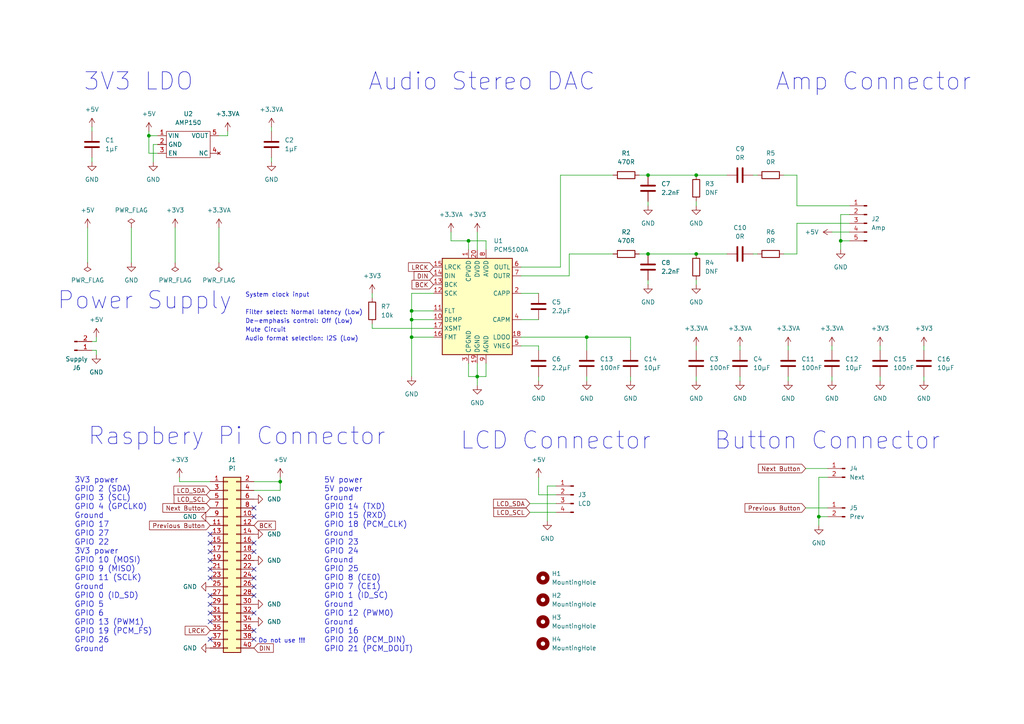
<source format=kicad_sch>
(kicad_sch (version 20230121) (generator eeschema)
  (paper "A4")
  (title_block (title "WLAN-Radio2.0") (date "2023-11-01") (rev "v1.0") (company "@casartar"))
  (lib_symbols
    (symbol "ADP150:ADP150"
      (property "Reference" "U" (at 0 -5.08 0))
      (property "Value" "AMP150" (at 0 -7.62 0))
      (symbol "ADP150_0_1"
        (rectangle (start -6.35 3.81) (end 6.35 -3.81))
      )
      (symbol "ADP150_1_1"
        (pin power_in line (at -8.89 2.54 0) (length 2.54) (name "VIN") (number "1"))
        (pin power_in line (at -8.89 0 0) (length 2.54) (name "GND") (number "2"))
        (pin input line (at -8.89 -2.54 0) (length 2.54) (name "EN") (number "3"))
        (pin no_connect line (at 8.89 -2.54 180) (length 2.54) (name "NC") (number "4"))
        (pin power_out line (at 8.89 2.54 180) (length 2.54) (name "VOUT") (number "5"))
      )
    )
    (symbol "Audio:PCM5100A"
      (property "Reference" "U" (at -10.16 13.97 0))
      (property "Value" "PCM5100A" (at 3.81 13.97 0))
      (symbol "PCM5100A_0_1"
        (rectangle (start -10.16 12.7) (end 10.16 -15.24) (stroke (width 0.254)) (fill (type background)))
      )
      (symbol "PCM5100A_1_1"
        (pin passive line (at -2.54 15.24 270) (length 2.54) (name "CPVDD") (number "1"))
        (pin input line (at -12.7 -5.08 0) (length 2.54) (name "DEMP") (number "10"))
        (pin input line (at -12.7 -2.54 0) (length 2.54) (name "FLT") (number "11"))
        (pin input line (at -12.7 2.54 0) (length 2.54) (name "SCK") (number "12"))
        (pin input line (at -12.7 5.08 0) (length 2.54) (name "BCK") (number "13"))
        (pin input line (at -12.7 7.62 0) (length 2.54) (name "DIN") (number "14"))
        (pin input line (at -12.7 10.16 0) (length 2.54) (name "LRCK") (number "15"))
        (pin input line (at -12.7 -10.16 0) (length 2.54) (name "FMT") (number "16"))
        (pin input line (at -12.7 -7.62 0) (length 2.54) (name "XSMT") (number "17"))
        (pin passive line (at 12.7 -10.16 180) (length 2.54) (name "LDOO") (number "18"))
        (pin power_in line (at 0 -17.78 90) (length 2.54) (name "DGND") (number "19"))
        (pin passive line (at 12.7 2.54 180) (length 2.54) (name "CAPP") (number "2"))
        (pin power_in line (at 0 15.24 270) (length 2.54) (name "DVDD") (number "20"))
        (pin power_in line (at -2.54 -17.78 90) (length 2.54) (name "CPGND") (number "3"))
        (pin passive line (at 12.7 -5.08 180) (length 2.54) (name "CAPM") (number "4"))
        (pin passive line (at 12.7 -12.7 180) (length 2.54) (name "VNEG") (number "5"))
        (pin output line (at 12.7 10.16 180) (length 2.54) (name "OUTL") (number "6"))
        (pin output line (at 12.7 7.62 180) (length 2.54) (name "OUTR") (number "7"))
        (pin power_in line (at 2.54 15.24 270) (length 2.54) (name "AVDD") (number "8"))
        (pin power_in line (at 2.54 -17.78 90) (length 2.54) (name "AGND") (number "9"))
      )
    )
    (symbol "Connector:Conn_01x02_Pin" (pin_names (offset 1.016) hide)
      (property "Reference" "J" (at 0 2.54 0))
      (property "Value" "Conn_01x02_Pin" (at 0 -5.08 0))
      (symbol "Conn_01x02_Pin_1_1"
        (polyline (pts (xy 1.27 -2.54) (xy 0.8636 -2.54)) (stroke (width 0.1524)))
        (polyline (pts (xy 1.27 0) (xy 0.8636 0)) (stroke (width 0.1524)))
        (rectangle (start 0.8636 -2.413) (end 0 -2.667) (stroke (width 0.1524)) (fill (type outline)))
        (rectangle (start 0.8636 0.127) (end 0 -0.127) (stroke (width 0.1524)) (fill (type outline)))
        (pin passive line (at 5.08 0 180) (length 3.81) (name "Pin_1") (number "1"))
        (pin passive line (at 5.08 -2.54 180) (length 3.81) (name "Pin_2") (number "2"))
      )
    )
    (symbol "Connector:Conn_01x04_Pin" (pin_names (offset 1.016) hide)
      (property "Reference" "J" (at 0 5.08 0))
      (property "Value" "Conn_01x04_Pin" (at 0 -7.62 0))
      (symbol "Conn_01x04_Pin_1_1"
        (polyline (pts (xy 1.27 -5.08) (xy 0.8636 -5.08)) (stroke (width 0.1524)))
        (polyline (pts (xy 1.27 -2.54) (xy 0.8636 -2.54)) (stroke (width 0.1524)))
        (polyline (pts (xy 1.27 0) (xy 0.8636 0)) (stroke (width 0.1524)))
        (polyline (pts (xy 1.27 2.54) (xy 0.8636 2.54)) (stroke (width 0.1524)))
        (rectangle (start 0.8636 -4.953) (end 0 -5.207) (stroke (width 0.1524)) (fill (type outline)))
        (rectangle (start 0.8636 -2.413) (end 0 -2.667) (stroke (width 0.1524)) (fill (type outline)))
        (rectangle (start 0.8636 0.127) (end 0 -0.127) (stroke (width 0.1524)) (fill (type outline)))
        (rectangle (start 0.8636 2.667) (end 0 2.413) (stroke (width 0.1524)) (fill (type outline)))
        (pin passive line (at 5.08 2.54 180) (length 3.81) (name "Pin_1") (number "1"))
        (pin passive line (at 5.08 0 180) (length 3.81) (name "Pin_2") (number "2"))
        (pin passive line (at 5.08 -2.54 180) (length 3.81) (name "Pin_3") (number "3"))
        (pin passive line (at 5.08 -5.08 180) (length 3.81) (name "Pin_4") (number "4"))
      )
    )
    (symbol "Connector:Conn_01x05_Pin" (pin_names (offset 1.016) hide)
      (property "Reference" "J" (at 0 7.62 0))
      (property "Value" "Conn_01x05_Pin" (at 0 -7.62 0))
      (symbol "Conn_01x05_Pin_1_1"
        (polyline (pts (xy 1.27 -5.08) (xy 0.8636 -5.08)) (stroke (width 0.1524)))
        (polyline (pts (xy 1.27 -2.54) (xy 0.8636 -2.54)) (stroke (width 0.1524)))
        (polyline (pts (xy 1.27 0) (xy 0.8636 0)) (stroke (width 0.1524)))
        (polyline (pts (xy 1.27 2.54) (xy 0.8636 2.54)) (stroke (width 0.1524)))
        (polyline (pts (xy 1.27 5.08) (xy 0.8636 5.08)) (stroke (width 0.1524)))
        (rectangle (start 0.8636 -4.953) (end 0 -5.207) (stroke (width 0.1524)) (fill (type outline)))
        (rectangle (start 0.8636 -2.413) (end 0 -2.667) (stroke (width 0.1524)) (fill (type outline)))
        (rectangle (start 0.8636 0.127) (end 0 -0.127) (stroke (width 0.1524)) (fill (type outline)))
        (rectangle (start 0.8636 2.667) (end 0 2.413) (stroke (width 0.1524)) (fill (type outline)))
        (rectangle (start 0.8636 5.207) (end 0 4.953) (stroke (width 0.1524)) (fill (type outline)))
        (pin passive line (at 5.08 5.08 180) (length 3.81) (name "Pin_1") (number "1"))
        (pin passive line (at 5.08 2.54 180) (length 3.81) (name "Pin_2") (number "2"))
        (pin passive line (at 5.08 0 180) (length 3.81) (name "Pin_3") (number "3"))
        (pin passive line (at 5.08 -2.54 180) (length 3.81) (name "Pin_4") (number "4"))
        (pin passive line (at 5.08 -5.08 180) (length 3.81) (name "Pin_5") (number "5"))
      )
    )
    (symbol "Connector_Generic:Conn_02x20_Odd_Even" (pin_names (offset 1.016) hide)
      (property "Reference" "J" (at 1.27 25.4 0))
      (property "Value" "Conn_02x20_Odd_Even" (at 1.27 -27.94 0))
      (symbol "Conn_02x20_Odd_Even_1_1"
        (rectangle (start -1.27 -25.273) (end 0 -25.527) (stroke (width 0.1524)))
        (rectangle (start -1.27 -22.733) (end 0 -22.987) (stroke (width 0.1524)))
        (rectangle (start -1.27 -20.193) (end 0 -20.447) (stroke (width 0.1524)))
        (rectangle (start -1.27 -17.653) (end 0 -17.907) (stroke (width 0.1524)))
        (rectangle (start -1.27 -15.113) (end 0 -15.367) (stroke (width 0.1524)))
        (rectangle (start -1.27 -12.573) (end 0 -12.827) (stroke (width 0.1524)))
        (rectangle (start -1.27 -10.033) (end 0 -10.287) (stroke (width 0.1524)))
        (rectangle (start -1.27 -7.493) (end 0 -7.747) (stroke (width 0.1524)))
        (rectangle (start -1.27 -4.953) (end 0 -5.207) (stroke (width 0.1524)))
        (rectangle (start -1.27 -2.413) (end 0 -2.667) (stroke (width 0.1524)))
        (rectangle (start -1.27 0.127) (end 0 -0.127) (stroke (width 0.1524)))
        (rectangle (start -1.27 2.667) (end 0 2.413) (stroke (width 0.1524)))
        (rectangle (start -1.27 5.207) (end 0 4.953) (stroke (width 0.1524)))
        (rectangle (start -1.27 7.747) (end 0 7.493) (stroke (width 0.1524)))
        (rectangle (start -1.27 10.287) (end 0 10.033) (stroke (width 0.1524)))
        (rectangle (start -1.27 12.827) (end 0 12.573) (stroke (width 0.1524)))
        (rectangle (start -1.27 15.367) (end 0 15.113) (stroke (width 0.1524)))
        (rectangle (start -1.27 17.907) (end 0 17.653) (stroke (width 0.1524)))
        (rectangle (start -1.27 20.447) (end 0 20.193) (stroke (width 0.1524)))
        (rectangle (start -1.27 22.987) (end 0 22.733) (stroke (width 0.1524)))
        (rectangle (start -1.27 24.13) (end 3.81 -26.67) (stroke (width 0.254)) (fill (type background)))
        (rectangle (start 3.81 -25.273) (end 2.54 -25.527) (stroke (width 0.1524)))
        (rectangle (start 3.81 -22.733) (end 2.54 -22.987) (stroke (width 0.1524)))
        (rectangle (start 3.81 -20.193) (end 2.54 -20.447) (stroke (width 0.1524)))
        (rectangle (start 3.81 -17.653) (end 2.54 -17.907) (stroke (width 0.1524)))
        (rectangle (start 3.81 -15.113) (end 2.54 -15.367) (stroke (width 0.1524)))
        (rectangle (start 3.81 -12.573) (end 2.54 -12.827) (stroke (width 0.1524)))
        (rectangle (start 3.81 -10.033) (end 2.54 -10.287) (stroke (width 0.1524)))
        (rectangle (start 3.81 -7.493) (end 2.54 -7.747) (stroke (width 0.1524)))
        (rectangle (start 3.81 -4.953) (end 2.54 -5.207) (stroke (width 0.1524)))
        (rectangle (start 3.81 -2.413) (end 2.54 -2.667) (stroke (width 0.1524)))
        (rectangle (start 3.81 0.127) (end 2.54 -0.127) (stroke (width 0.1524)))
        (rectangle (start 3.81 2.667) (end 2.54 2.413) (stroke (width 0.1524)))
        (rectangle (start 3.81 5.207) (end 2.54 4.953) (stroke (width 0.1524)))
        (rectangle (start 3.81 7.747) (end 2.54 7.493) (stroke (width 0.1524)))
        (rectangle (start 3.81 10.287) (end 2.54 10.033) (stroke (width 0.1524)))
        (rectangle (start 3.81 12.827) (end 2.54 12.573) (stroke (width 0.1524)))
        (rectangle (start 3.81 15.367) (end 2.54 15.113) (stroke (width 0.1524)))
        (rectangle (start 3.81 17.907) (end 2.54 17.653) (stroke (width 0.1524)))
        (rectangle (start 3.81 20.447) (end 2.54 20.193) (stroke (width 0.1524)))
        (rectangle (start 3.81 22.987) (end 2.54 22.733) (stroke (width 0.1524)))
        (pin passive line (at -5.08 22.86 0) (length 3.81) (name "Pin_1") (number "1"))
        (pin passive line (at 7.62 12.7 180) (length 3.81) (name "Pin_10") (number "10"))
        (pin passive line (at -5.08 10.16 0) (length 3.81) (name "Pin_11") (number "11"))
        (pin passive line (at 7.62 10.16 180) (length 3.81) (name "Pin_12") (number "12"))
        (pin passive line (at -5.08 7.62 0) (length 3.81) (name "Pin_13") (number "13"))
        (pin passive line (at 7.62 7.62 180) (length 3.81) (name "Pin_14") (number "14"))
        (pin passive line (at -5.08 5.08 0) (length 3.81) (name "Pin_15") (number "15"))
        (pin passive line (at 7.62 5.08 180) (length 3.81) (name "Pin_16") (number "16"))
        (pin passive line (at -5.08 2.54 0) (length 3.81) (name "Pin_17") (number "17"))
        (pin passive line (at 7.62 2.54 180) (length 3.81) (name "Pin_18") (number "18"))
        (pin passive line (at -5.08 0 0) (length 3.81) (name "Pin_19") (number "19"))
        (pin passive line (at 7.62 22.86 180) (length 3.81) (name "Pin_2") (number "2"))
        (pin passive line (at 7.62 0 180) (length 3.81) (name "Pin_20") (number "20"))
        (pin passive line (at -5.08 -2.54 0) (length 3.81) (name "Pin_21") (number "21"))
        (pin passive line (at 7.62 -2.54 180) (length 3.81) (name "Pin_22") (number "22"))
        (pin passive line (at -5.08 -5.08 0) (length 3.81) (name "Pin_23") (number "23"))
        (pin passive line (at 7.62 -5.08 180) (length 3.81) (name "Pin_24") (number "24"))
        (pin passive line (at -5.08 -7.62 0) (length 3.81) (name "Pin_25") (number "25"))
        (pin passive line (at 7.62 -7.62 180) (length 3.81) (name "Pin_26") (number "26"))
        (pin passive line (at -5.08 -10.16 0) (length 3.81) (name "Pin_27") (number "27"))
        (pin passive line (at 7.62 -10.16 180) (length 3.81) (name "Pin_28") (number "28"))
        (pin passive line (at -5.08 -12.7 0) (length 3.81) (name "Pin_29") (number "29"))
        (pin passive line (at -5.08 20.32 0) (length 3.81) (name "Pin_3") (number "3"))
        (pin passive line (at 7.62 -12.7 180) (length 3.81) (name "Pin_30") (number "30"))
        (pin passive line (at -5.08 -15.24 0) (length 3.81) (name "Pin_31") (number "31"))
        (pin passive line (at 7.62 -15.24 180) (length 3.81) (name "Pin_32") (number "32"))
        (pin passive line (at -5.08 -17.78 0) (length 3.81) (name "Pin_33") (number "33"))
        (pin passive line (at 7.62 -17.78 180) (length 3.81) (name "Pin_34") (number "34"))
        (pin passive line (at -5.08 -20.32 0) (length 3.81) (name "Pin_35") (number "35"))
        (pin passive line (at 7.62 -20.32 180) (length 3.81) (name "Pin_36") (number "36"))
        (pin passive line (at -5.08 -22.86 0) (length 3.81) (name "Pin_37") (number "37"))
        (pin passive line (at 7.62 -22.86 180) (length 3.81) (name "Pin_38") (number "38"))
        (pin passive line (at -5.08 -25.4 0) (length 3.81) (name "Pin_39") (number "39"))
        (pin passive line (at 7.62 20.32 180) (length 3.81) (name "Pin_4") (number "4"))
        (pin passive line (at 7.62 -25.4 180) (length 3.81) (name "Pin_40") (number "40"))
        (pin passive line (at -5.08 17.78 0) (length 3.81) (name "Pin_5") (number "5"))
        (pin passive line (at 7.62 17.78 180) (length 3.81) (name "Pin_6") (number "6"))
        (pin passive line (at -5.08 15.24 0) (length 3.81) (name "Pin_7") (number "7"))
        (pin passive line (at 7.62 15.24 180) (length 3.81) (name "Pin_8") (number "8"))
        (pin passive line (at -5.08 12.7 0) (length 3.81) (name "Pin_9") (number "9"))
      )
    )
    (symbol "Device:C" (pin_numbers hide) (pin_names (offset 0.254))
      (property "Reference" "C" (at 0.635 2.54 0))
      (property "Value" "C" (at 0.635 -2.54 0))
      (symbol "C_0_1"
        (polyline (pts (xy -2.032 -0.762) (xy 2.032 -0.762)) (stroke (width 0.508)))
        (polyline (pts (xy -2.032 0.762) (xy 2.032 0.762)) (stroke (width 0.508)))
      )
      (symbol "C_1_1"
        (pin passive line (at 0 3.81 270) (length 2.794) (name "~") (number "1"))
        (pin passive line (at 0 -3.81 90) (length 2.794) (name "~") (number "2"))
      )
    )
    (symbol "Device:R" (pin_numbers hide) (pin_names (offset 0))
      (property "Reference" "R" (at 2.032 0 90))
      (property "Value" "R" (at 0 0 90))
      (symbol "R_0_1"
        (rectangle (start -1.016 -2.54) (end 1.016 2.54) (stroke (width 0.254)))
      )
      (symbol "R_1_1"
        (pin passive line (at 0 3.81 270) (length 1.27) (name "~") (number "1"))
        (pin passive line (at 0 -3.81 90) (length 1.27) (name "~") (number "2"))
      )
    )
    (symbol "Mechanical:MountingHole" (pin_names (offset 1.016))
      (property "Reference" "H" (at 0 5.08 0))
      (property "Value" "MountingHole" (at 0 3.175 0))
      (symbol "MountingHole_0_1"
        (circle (center 0 0) (radius 1.27) (stroke (width 1.27)))
      )
    )
    (symbol "power:+3.3VA" (power) (pin_names (offset 0))
      (property "Value" "+3.3VA" (at 0 3.556 0))
      (symbol "+3.3VA_0_1"
        (polyline (pts (xy -0.762 1.27) (xy 0 2.54)))
        (polyline (pts (xy 0 0) (xy 0 2.54)))
        (polyline (pts (xy 0 2.54) (xy 0.762 1.27)))
      )
      (symbol "+3.3VA_1_1"
        (pin power_in line (at 0 0 90) (length 0) hide (name "+3.3VA") (number "1"))
      )
    )
    (symbol "power:+3V3" (power) (pin_names (offset 0))
      (property "Value" "+3V3" (at 0 3.556 0))
      (symbol "+3V3_0_1"
        (polyline (pts (xy -0.762 1.27) (xy 0 2.54)))
        (polyline (pts (xy 0 0) (xy 0 2.54)))
        (polyline (pts (xy 0 2.54) (xy 0.762 1.27)))
      )
      (symbol "+3V3_1_1"
        (pin power_in line (at 0 0 90) (length 0) hide (name "+3V3") (number "1"))
      )
    )
    (symbol "power:+5V" (power) (pin_names (offset 0))
      (property "Value" "+5V" (at 0 3.556 0))
      (symbol "+5V_0_1"
        (polyline (pts (xy -0.762 1.27) (xy 0 2.54)))
        (polyline (pts (xy 0 0) (xy 0 2.54)))
        (polyline (pts (xy 0 2.54) (xy 0.762 1.27)))
      )
      (symbol "+5V_1_1"
        (pin power_in line (at 0 0 90) (length 0) hide (name "+5V") (number "1"))
      )
    )
    (symbol "power:GND" (power) (pin_names (offset 0))
      (property "Value" "GND" (at 0 -3.81 0))
      (symbol "GND_0_1"
        (polyline (pts (xy 0 0) (xy 0 -1.27) (xy 1.27 -1.27) (xy 0 -2.54) (xy -1.27 -1.27) (xy 0 -1.27)))
      )
      (symbol "GND_1_1"
        (pin power_in line (at 0 0 270) (length 0) hide (name "GND") (number "1"))
      )
    )
    (symbol "power:PWR_FLAG" (power) (pin_numbers hide) (pin_names (offset 0) hide)
      (property "Value" "PWR_FLAG" (at 0 3.81 0))
      (symbol "PWR_FLAG_0_0"
        (pin power_out line (at 0 0 90) (length 0) (name "pwr") (number "1"))
      )
      (symbol "PWR_FLAG_0_1"
        (polyline (pts (xy 0 0) (xy 0 1.27) (xy -1.016 1.905) (xy 0 2.54) (xy 1.016 1.905) (xy 0 1.27)))
      )
    )
  )
  (junction (at 119.38 97.79))
  (junction (at 119.38 92.71))
  (junction (at 237.49 149.86))
  (junction (at 170.18 97.79))
  (junction (at 138.43 109.22))
  (junction (at 81.28 139.7))
  (junction (at 43.18 39.37))
  (junction (at 201.93 73.66))
  (junction (at 119.38 90.17))
  (junction (at 243.84 69.85))
  (junction (at 201.93 50.8))
  (junction (at 135.89 69.85))
  (junction (at 187.96 50.8))
  (junction (at 187.96 73.66))
  (no_connect (at 60.96 165.1))
  (no_connect (at 73.66 185.42))
  (no_connect (at 60.96 157.48))
  (no_connect (at 60.96 172.72))
  (no_connect (at 73.66 147.32))
  (no_connect (at 73.66 172.72))
  (no_connect (at 60.96 162.56))
  (no_connect (at 60.96 160.02))
  (no_connect (at 73.66 160.02))
  (no_connect (at 73.66 165.1))
  (no_connect (at 60.96 180.34))
  (no_connect (at 60.96 154.94))
  (no_connect (at 60.96 175.26))
  (no_connect (at 73.66 182.88))
  (no_connect (at 73.66 170.18))
  (no_connect (at 73.66 157.48))
  (no_connect (at 60.96 185.42))
  (no_connect (at 73.66 167.64))
  (no_connect (at 73.66 177.8))
  (no_connect (at 60.96 167.64))
  (no_connect (at 73.66 149.86))
  (no_connect (at 60.96 177.8))
  (wire (pts (xy 214.63 109.22) (xy 214.63 110.49)))
  (wire (pts (xy 63.5 66.04) (xy 63.5 76.2)))
  (wire (pts (xy 26.67 45.72) (xy 26.67 46.99)))
  (wire (pts (xy 81.28 138.43) (xy 81.28 139.7)))
  (wire (pts (xy 135.89 105.41) (xy 135.89 109.22)))
  (wire (pts (xy 50.8 66.04) (xy 50.8 76.2)))
  (wire (pts (xy 228.6 100.33) (xy 228.6 101.6)))
  (wire (pts (xy 25.4 66.04) (xy 25.4 76.2)))
  (wire (pts (xy 140.97 109.22) (xy 140.97 105.41)))
  (wire (pts (xy 153.67 146.05) (xy 161.29 146.05)))
  (wire (pts (xy 161.29 140.97) (xy 158.75 140.97)))
  (wire (pts (xy 43.18 39.37) (xy 43.18 38.1)))
  (wire (pts (xy 151.13 77.47) (xy 162.56 77.47)))
  (wire (pts (xy 151.13 97.79) (xy 170.18 97.79)))
  (wire (pts (xy 78.74 36.83) (xy 78.74 38.1)))
  (wire (pts (xy 27.94 97.79) (xy 27.94 99.06)))
  (wire (pts (xy 162.56 77.47) (xy 162.56 50.8)))
  (wire (pts (xy 165.1 73.66) (xy 177.8 73.66)))
  (wire (pts (xy 63.5 39.37) (xy 66.04 39.37)))
  (wire (pts (xy 66.04 38.1) (xy 66.04 39.37)))
  (wire (pts (xy 52.07 139.7) (xy 52.07 138.43)))
  (wire (pts (xy 231.14 64.77) (xy 246.38 64.77)))
  (wire (pts (xy 170.18 97.79) (xy 170.18 101.6)))
  (wire (pts (xy 246.38 62.23) (xy 243.84 62.23)))
  (wire (pts (xy 170.18 109.22) (xy 170.18 110.49)))
  (wire (pts (xy 218.44 73.66) (xy 219.71 73.66)))
  (wire (pts (xy 156.21 100.33) (xy 156.21 101.6)))
  (wire (pts (xy 138.43 67.31) (xy 138.43 72.39)))
  (wire (pts (xy 170.18 97.79) (xy 182.88 97.79)))
  (wire (pts (xy 119.38 90.17) (xy 119.38 92.71)))
  (wire (pts (xy 231.14 73.66) (xy 231.14 64.77)))
  (wire (pts (xy 138.43 105.41) (xy 138.43 109.22)))
  (wire (pts (xy 185.42 73.66) (xy 187.96 73.66)))
  (wire (pts (xy 231.14 59.69) (xy 246.38 59.69)))
  (wire (pts (xy 267.97 109.22) (xy 267.97 110.49)))
  (wire (pts (xy 119.38 97.79) (xy 119.38 109.22)))
  (wire (pts (xy 45.72 39.37) (xy 43.18 39.37)))
  (wire (pts (xy 43.18 44.45) (xy 43.18 39.37)))
  (wire (pts (xy 45.72 44.45) (xy 43.18 44.45)))
  (wire (pts (xy 241.3 67.31) (xy 246.38 67.31)))
  (wire (pts (xy 26.67 36.83) (xy 26.67 38.1)))
  (wire (pts (xy 125.73 90.17) (xy 119.38 90.17)))
  (wire (pts (xy 267.97 100.33) (xy 267.97 101.6)))
  (wire (pts (xy 81.28 142.24) (xy 81.28 139.7)))
  (wire (pts (xy 135.89 109.22) (xy 138.43 109.22)))
  (wire (pts (xy 187.96 73.66) (xy 201.93 73.66)))
  (wire (pts (xy 119.38 97.79) (xy 125.73 97.79)))
  (wire (pts (xy 78.74 45.72) (xy 78.74 46.99)))
  (wire (pts (xy 52.07 139.7) (xy 60.96 139.7)))
  (wire (pts (xy 73.66 142.24) (xy 81.28 142.24)))
  (wire (pts (xy 187.96 50.8) (xy 201.93 50.8)))
  (wire (pts (xy 27.94 101.6) (xy 27.94 102.87)))
  (wire (pts (xy 138.43 109.22) (xy 140.97 109.22)))
  (wire (pts (xy 119.38 92.71) (xy 119.38 97.79)))
  (wire (pts (xy 227.33 73.66) (xy 231.14 73.66)))
  (wire (pts (xy 241.3 100.33) (xy 241.3 101.6)))
  (wire (pts (xy 243.84 69.85) (xy 243.84 72.39)))
  (wire (pts (xy 255.27 100.33) (xy 255.27 101.6)))
  (wire (pts (xy 182.88 109.22) (xy 182.88 110.49)))
  (wire (pts (xy 107.95 95.25) (xy 125.73 95.25)))
  (wire (pts (xy 44.45 41.91) (xy 44.45 46.99)))
  (wire (pts (xy 165.1 80.01) (xy 165.1 73.66)))
  (wire (pts (xy 161.29 143.51) (xy 156.21 143.51)))
  (wire (pts (xy 228.6 109.22) (xy 228.6 110.49)))
  (wire (pts (xy 135.89 69.85) (xy 135.89 72.39)))
  (wire (pts (xy 237.49 149.86) (xy 237.49 152.4)))
  (wire (pts (xy 26.67 101.6) (xy 27.94 101.6)))
  (wire (pts (xy 107.95 85.09) (xy 107.95 86.36)))
  (wire (pts (xy 130.81 67.31) (xy 130.81 69.85)))
  (wire (pts (xy 214.63 100.33) (xy 214.63 101.6)))
  (wire (pts (xy 140.97 72.39) (xy 140.97 69.85)))
  (wire (pts (xy 201.93 81.28) (xy 201.93 82.55)))
  (wire (pts (xy 158.75 140.97) (xy 158.75 151.13)))
  (wire (pts (xy 201.93 50.8) (xy 210.82 50.8)))
  (wire (pts (xy 156.21 110.49) (xy 156.21 109.22)))
  (wire (pts (xy 241.3 109.22) (xy 241.3 110.49)))
  (wire (pts (xy 243.84 69.85) (xy 246.38 69.85)))
  (wire (pts (xy 240.03 149.86) (xy 237.49 149.86)))
  (wire (pts (xy 218.44 50.8) (xy 219.71 50.8)))
  (wire (pts (xy 240.03 138.43) (xy 237.49 138.43)))
  (wire (pts (xy 107.95 93.98) (xy 107.95 95.25)))
  (wire (pts (xy 231.14 50.8) (xy 231.14 59.69)))
  (wire (pts (xy 156.21 143.51) (xy 156.21 138.43)))
  (wire (pts (xy 233.68 135.89) (xy 240.03 135.89)))
  (wire (pts (xy 227.33 50.8) (xy 231.14 50.8)))
  (wire (pts (xy 151.13 85.09) (xy 156.21 85.09)))
  (wire (pts (xy 151.13 92.71) (xy 156.21 92.71)))
  (wire (pts (xy 182.88 97.79) (xy 182.88 101.6)))
  (wire (pts (xy 26.67 99.06) (xy 27.94 99.06)))
  (wire (pts (xy 201.93 109.22) (xy 201.93 110.49)))
  (wire (pts (xy 119.38 85.09) (xy 119.38 90.17)))
  (wire (pts (xy 138.43 109.22) (xy 138.43 111.76)))
  (wire (pts (xy 38.1 66.04) (xy 38.1 76.2)))
  (wire (pts (xy 125.73 92.71) (xy 119.38 92.71)))
  (wire (pts (xy 135.89 69.85) (xy 140.97 69.85)))
  (wire (pts (xy 187.96 58.42) (xy 187.96 59.69)))
  (wire (pts (xy 237.49 138.43) (xy 237.49 149.86)))
  (wire (pts (xy 233.68 147.32) (xy 240.03 147.32)))
  (wire (pts (xy 201.93 100.33) (xy 201.93 101.6)))
  (wire (pts (xy 201.93 73.66) (xy 210.82 73.66)))
  (wire (pts (xy 243.84 62.23) (xy 243.84 69.85)))
  (wire (pts (xy 73.66 139.7) (xy 81.28 139.7)))
  (wire (pts (xy 45.72 41.91) (xy 44.45 41.91)))
  (wire (pts (xy 151.13 100.33) (xy 156.21 100.33)))
  (wire (pts (xy 201.93 58.42) (xy 201.93 59.69)))
  (wire (pts (xy 151.13 80.01) (xy 165.1 80.01)))
  (wire (pts (xy 130.81 69.85) (xy 135.89 69.85)))
  (wire (pts (xy 153.67 148.59) (xy 161.29 148.59)))
  (wire (pts (xy 187.96 81.28) (xy 187.96 82.55)))
  (wire (pts (xy 125.73 85.09) (xy 119.38 85.09)))
  (wire (pts (xy 162.56 50.8) (xy 177.8 50.8)))
  (wire (pts (xy 255.27 109.22) (xy 255.27 110.49)))
  (wire (pts (xy 185.42 50.8) (xy 187.96 50.8)))
  (text "Mute Circuit" (at 71.12 96.52 0) (effects (font (size 1.27 1.27)) (justify left bottom)))
  (text "De-emphasis control: Off (Low)" (at 71.12 93.98 0) (effects (font (size 1.27 1.27)) (justify left bottom)))
  (text "Do not use !!!" (at 74.93 186.69 0) (effects (font (size 1.27 1.27)) (justify left bottom)))
  (text "Filter select: Normal latency (Low)" (at 71.12 91.44 0) (effects (font (size 1.27 1.27)) (justify left bottom)))
  (text "5V power\n5V power\nGround\nGPIO 14 (TXD)\nGPIO 15 (RXD)\nGPIO 18 (PCM_CLK)\nGround\nGPIO 23\nGPIO 24\nGround\nGPIO 25\nGPIO 8 (CE0)\nGPIO 7 (CE1)\nGPIO 1 (ID_SC)\nGround\nGPIO 12 (PWM0)\nGround\nGPIO 16\nGPIO 20 (PCM_DIN)\nGPIO 21 (PCM_DOUT)" (at 93.98 189.23 0) (effects (font (size 1.6 1.6)) (justify left bottom)))
  (text "3V3 LDO" (at 24.13 26.67 0) (effects (font (size 5 5)) (justify left bottom)))
  (text "LCD Connector" (at 133.35 130.81 0) (effects (font (size 5 5)) (justify left bottom)))
  (text "Power Supply" (at 16.51 90.17 0) (effects (font (size 5 5)) (justify left bottom)))
  (text "Audio format selection: I2S (Low)" (at 71.12 99.06 0) (effects (font (size 1.27 1.27)) (justify left bottom)))
  (text "3V3 power\nGPIO 2 (SDA)\nGPIO 3 (SCL)\nGPIO 4 (GPCLK0)\nGround\nGPIO 17\nGPIO 27\nGPIO 22\n3V3 power\nGPIO 10 (MOSI)\nGPIO 9 (MISO)\nGPIO 11 (SCLK)\nGround\nGPIO 0 (ID_SD)\nGPIO 5\nGPIO 6\nGPIO 13 (PWM1)\nGPIO 19 (PCM_FS)\nGPIO 26\nGround\n" (at 21.59 189.23 0) (effects (font (size 1.6 1.6)) (justify left bottom)))
  (text "Amp Connector" (at 224.79 26.67 0) (effects (font (size 5 5)) (justify left bottom)))
  (text "Audio Stereo DAC" (at 106.68 26.67 0) (effects (font (size 5 5)) (justify left bottom)))
  (text "System clock input" (at 71.12 86.36 0) (effects (font (size 1.27 1.27)) (justify left bottom)))
  (text "Raspbery Pi Connector" (at 25.4 129.54 0) (effects (font (size 5 5)) (justify left bottom)))
  (text "Button Connector" (at 207.01 130.81 0) (effects (font (size 5 5)) (justify left bottom)))
  (global_label "Next Button" (shape input) (at 60.96 147.32 180) (property "Intersheetrefs" "${INTERSHEET_REFS}" (effects hide)))
  (global_label "LRCK" (shape input) (at 125.73 77.47 180) (property "Intersheetrefs" "${INTERSHEET_REFS}" (effects hide)))
  (global_label "DIN" (shape input) (at 125.73 80.01 180) (property "Intersheetrefs" "${INTERSHEET_REFS}" (effects hide)))
  (global_label "LCD_SDA" (shape input) (at 60.96 142.24 180) (property "Intersheetrefs" "${INTERSHEET_REFS}" (effects hide)))
  (global_label "LCD_SDA" (shape input) (at 153.67 146.05 180) (property "Intersheetrefs" "${INTERSHEET_REFS}" (effects hide)))
  (global_label "LCD_SCL" (shape input) (at 60.96 144.78 180) (property "Intersheetrefs" "${INTERSHEET_REFS}" (effects hide)))
  (global_label "Previous Button" (shape input) (at 60.96 152.4 180) (property "Intersheetrefs" "${INTERSHEET_REFS}" (effects hide)))
  (global_label "LRCK" (shape input) (at 60.96 182.88 180) (property "Intersheetrefs" "${INTERSHEET_REFS}" (effects hide)))
  (global_label "LCD_SCL" (shape input) (at 153.67 148.59 180) (property "Intersheetrefs" "${INTERSHEET_REFS}" (effects hide)))
  (global_label "Next Button" (shape input) (at 233.68 135.89 180) (property "Intersheetrefs" "${INTERSHEET_REFS}" (effects hide)))
  (global_label "DIN" (shape input) (at 73.66 187.96 0) (property "Intersheetrefs" "${INTERSHEET_REFS}" (effects hide)))
  (global_label "BCK" (shape input) (at 125.73 82.55 180) (property "Intersheetrefs" "${INTERSHEET_REFS}" (effects hide)))
  (global_label "Previous Button" (shape input) (at 233.68 147.32 180) (property "Intersheetrefs" "${INTERSHEET_REFS}" (effects hide)))
  (global_label "BCK" (shape input) (at 73.66 152.4 0) (property "Intersheetrefs" "${INTERSHEET_REFS}" (effects hide)))
  (symbol (lib_id "Device:C") (at 241.3 105.41 0) (unit 1)
    (property "Reference" "C12" (at 245.11 104.14 0) (effects (justify left)))
    (property "Value" "10µF" (at 245.11 106.68 0) (effects (justify left)))
    (property "Footprint" "Capacitor_SMD:C_0805_2012Metric" (effects hide))
  )
  (symbol (lib_id "power:GND") (at 73.66 180.34 90) (unit 1)
    (property "Reference" "#PWR042" (effects hide))
    (property "Value" "GND" (at 77.47 180.34 90) (effects (justify right)))
  )
  (symbol (lib_id "power:+3.3VA") (at 78.74 36.83 0) (unit 1)
    (property "Reference" "#PWR011" (effects hide))
    (property "Value" "+3.3VA" (at 78.74 31.75 0))
  )
  (symbol (lib_id "power:GND") (at 241.3 110.49 0) (unit 1)
    (property "Reference" "#PWR022" (effects hide))
    (property "Value" "GND" (at 241.3 115.57 0))
  )
  (symbol (lib_id "Device:R") (at 201.93 77.47 0) (unit 1)
    (property "Reference" "R4" (at 204.47 76.2 0) (effects (justify left)))
    (property "Value" "DNF" (at 204.47 78.74 0) (effects (justify left)))
    (property "Footprint" "Resistor_SMD:R_0805_2012Metric" (effects hide))
  )
  (symbol (lib_id "Device:C") (at 156.21 105.41 0) (unit 1)
    (property "Reference" "C6" (at 160.02 104.14 0) (effects (justify left)))
    (property "Value" "2.2µF" (at 160.02 106.68 0) (effects (justify left)))
    (property "Footprint" "Capacitor_SMD:C_0805_2012Metric" (effects hide))
  )
  (symbol (lib_id "power:+3.3VA") (at 228.6 100.33 0) (unit 1)
    (property "Reference" "#PWR019" (effects hide))
    (property "Value" "+3.3VA" (at 228.6 95.25 0))
  )
  (symbol (lib_id "power:GND") (at 38.1 76.2 0) (unit 1)
    (property "Reference" "#PWR044" (effects hide))
    (property "Value" "GND" (at 38.1 81.28 0))
  )
  (symbol (lib_id "power:GND") (at 156.21 110.49 0) (unit 1)
    (property "Reference" "#PWR014" (effects hide))
    (property "Value" "GND" (at 156.21 115.57 0))
  )
  (symbol (lib_id "power:GND") (at 44.45 46.99 0) (unit 1)
    (property "Reference" "#PWR08" (effects hide))
    (property "Value" "GND" (at 44.45 52.07 0))
  )
  (symbol (lib_id "power:GND") (at 201.93 82.55 0) (unit 1)
    (property "Reference" "#PWR018" (effects hide))
    (property "Value" "GND" (at 201.93 87.63 0))
  )
  (symbol (lib_id "power:GND") (at 73.66 144.78 90) (unit 1)
    (property "Reference" "#PWR038" (effects hide))
    (property "Value" "GND" (at 77.47 144.78 90) (effects (justify right)))
  )
  (symbol (lib_id "Device:R") (at 181.61 73.66 90) (unit 1)
    (property "Reference" "R2" (at 181.61 67.31 90))
    (property "Value" "470R" (at 181.61 69.85 90))
    (property "Footprint" "Resistor_SMD:R_0805_2012Metric" (effects hide))
  )
  (symbol (lib_id "power:GND") (at 214.63 110.49 0) (unit 1)
    (property "Reference" "#PWR07" (effects hide))
    (property "Value" "GND" (at 214.63 115.57 0))
  )
  (symbol (lib_id "Device:C") (at 214.63 50.8 90) (unit 1)
    (property "Reference" "C9" (at 214.63 43.18 90))
    (property "Value" "0R" (at 214.63 45.72 90))
    (property "Footprint" "Capacitor_SMD:C_0805_2012Metric" (effects hide))
  )
  (symbol (lib_id "Connector:Conn_01x02_Pin") (at 21.59 101.6 0) (mirror x) (unit 1)
    (property "Reference" "J6" (at 22.225 106.68 0))
    (property "Value" "Supply" (at 22.225 104.14 0))
    (property "Footprint" "Connector_PinHeader_2.54mm:PinHeader_1x02_P2.54mm_Horizontal" (effects hide))
  )
  (symbol (lib_id "power:+3.3VA") (at 130.81 67.31 0) (unit 1)
    (property "Reference" "#PWR03" (effects hide))
    (property "Value" "+3.3VA" (at 130.81 62.23 0))
  )
  (symbol (lib_id "Device:C") (at 267.97 105.41 0) (unit 1)
    (property "Reference" "C16" (at 271.78 104.14 0) (effects (justify left)))
    (property "Value" "10µF" (at 271.78 106.68 0) (effects (justify left)))
    (property "Footprint" "Capacitor_SMD:C_0805_2012Metric" (effects hide))
  )
  (symbol (lib_id "power:+5V") (at 25.4 66.04 0) (unit 1)
    (property "Reference" "#PWR043" (effects hide))
    (property "Value" "+5V" (at 25.4 60.96 0))
  )
  (symbol (lib_id "power:GND") (at 267.97 110.49 0) (unit 1)
    (property "Reference" "#PWR052" (effects hide))
    (property "Value" "GND" (at 267.97 115.57 0))
  )
  (symbol (lib_id "power:+3V3") (at 107.95 85.09 0) (unit 1)
    (property "Reference" "#PWR025" (effects hide))
    (property "Value" "+3V3" (at 107.95 80.01 0))
  )
  (symbol (lib_id "Device:C") (at 170.18 105.41 0) (unit 1)
    (property "Reference" "C13" (at 173.99 104.14 0) (effects (justify left)))
    (property "Value" "100nF" (at 173.99 106.68 0) (effects (justify left)))
    (property "Footprint" "Capacitor_SMD:C_0805_2012Metric" (effects hide))
  )
  (symbol (lib_id "Device:R") (at 107.95 90.17 0) (unit 1)
    (property "Reference" "R7" (at 110.49 88.9 0) (effects (justify left)))
    (property "Value" "10k" (at 110.49 91.44 0) (effects (justify left)))
    (property "Footprint" "Resistor_SMD:R_0805_2012Metric" (effects hide))
  )
  (symbol (lib_id "Device:C") (at 255.27 105.41 0) (unit 1)
    (property "Reference" "C15" (at 259.08 104.14 0) (effects (justify left)))
    (property "Value" "100nF" (at 259.08 106.68 0) (effects (justify left)))
    (property "Footprint" "Capacitor_SMD:C_0805_2012Metric" (effects hide))
  )
  (symbol (lib_id "Connector_Generic:Conn_02x20_Odd_Even") (at 66.04 162.56 0) (unit 1)
    (property "Reference" "J1" (at 67.31 133.35 0))
    (property "Value" "Pi" (at 67.31 135.89 0))
    (property "Footprint" "Connector_PinSocket_2.54mm:PinSocket_2x20_P2.54mm_Vertical" (effects hide))
  )
  (symbol (lib_id "Connector:Conn_01x05_Pin") (at 251.46 64.77 0) (mirror y) (unit 1)
    (property "Reference" "J2" (at 252.73 63.5 0) (effects (justify right)))
    (property "Value" "Amp" (at 252.73 66.04 0) (effects (justify right)))
    (property "Footprint" "Connector_PinHeader_2.54mm:PinHeader_1x05_P2.54mm_Horizontal" (effects hide))
  )
  (symbol (lib_id "power:+3.3VA") (at 201.93 100.33 0) (unit 1)
    (property "Reference" "#PWR04" (effects hide))
    (property "Value" "+3.3VA" (at 201.93 95.25 0))
  )
  (symbol (lib_id "Connector:Conn_01x02_Pin") (at 245.11 135.89 0) (mirror y) (unit 1)
    (property "Reference" "J4" (at 246.38 135.89 0) (effects (justify right)))
    (property "Value" "Next" (at 246.38 138.43 0) (effects (justify right)))
    (property "Footprint" "Connector_PinHeader_2.54mm:PinHeader_1x02_P2.54mm_Horizontal" (effects hide))
  )
  (symbol (lib_id "Device:C") (at 182.88 105.41 0) (unit 1)
    (property "Reference" "C14" (at 186.69 104.14 0) (effects (justify left)))
    (property "Value" "10µF" (at 186.69 106.68 0) (effects (justify left)))
    (property "Footprint" "Capacitor_SMD:C_0805_2012Metric" (effects hide))
  )
  (symbol (lib_id "power:GND") (at 255.27 110.49 0) (unit 1)
    (property "Reference" "#PWR050" (effects hide))
    (property "Value" "GND" (at 255.27 115.57 0))
  )
  (symbol (lib_id "power:+3.3VA") (at 241.3 100.33 0) (unit 1)
    (property "Reference" "#PWR021" (effects hide))
    (property "Value" "+3.3VA" (at 241.3 95.25 0))
  )
  (symbol (lib_id "power:GND") (at 73.66 175.26 90) (unit 1)
    (property "Reference" "#PWR041" (effects hide))
    (property "Value" "GND" (at 77.47 175.26 90) (effects (justify right)))
  )
  (symbol (lib_id "Device:R") (at 181.61 50.8 90) (unit 1)
    (property "Reference" "R1" (at 181.61 44.45 90))
    (property "Value" "470R" (at 181.61 46.99 90))
    (property "Footprint" "Resistor_SMD:R_0805_2012Metric" (effects hide))
  )
  (symbol (lib_id "Device:C") (at 214.63 73.66 90) (unit 1)
    (property "Reference" "C10" (at 214.63 66.04 90))
    (property "Value" "0R" (at 214.63 68.58 90))
    (property "Footprint" "Capacitor_SMD:C_0805_2012Metric" (effects hide))
  )
  (symbol (lib_id "power:+5V") (at 27.94 97.79 0) (unit 1)
    (property "Reference" "#PWR048" (effects hide))
    (property "Value" "+5V" (at 27.94 92.71 0))
  )
  (symbol (lib_id "power:+3.3VA") (at 63.5 66.04 0) (unit 1)
    (property "Reference" "#PWR045" (effects hide))
    (property "Value" "+3.3VA" (at 63.5 60.96 0))
  )
  (symbol (lib_id "power:GND") (at 60.96 170.18 270) (unit 1)
    (property "Reference" "#PWR037" (effects hide))
    (property "Value" "GND" (at 57.15 170.18 90) (effects (justify right)))
  )
  (symbol (lib_id "power:PWR_FLAG") (at 50.8 76.2 180) (unit 1)
    (property "Reference" "#FLG03" (effects hide))
    (property "Value" "PWR_FLAG" (at 50.8 81.28 0))
  )
  (symbol (lib_id "power:GND") (at 73.66 154.94 90) (unit 1)
    (property "Reference" "#PWR039" (effects hide))
    (property "Value" "GND" (at 77.47 154.94 90) (effects (justify right)))
  )
  (symbol (lib_id "power:PWR_FLAG") (at 38.1 66.04 0) (unit 1)
    (property "Reference" "#FLG02" (effects hide))
    (property "Value" "PWR_FLAG" (at 38.1 60.96 0))
  )
  (symbol (lib_id "Mechanical:MountingHole") (at 157.48 186.69 0) (unit 1)
    (property "Reference" "H4" (at 160.02 185.42 0) (effects (justify left)))
    (property "Value" "MountingHole" (at 160.02 187.96 0) (effects (justify left)))
    (property "Footprint" "MountingHole:MountingHole_2.7mm_M2.5" (effects hide))
  )
  (symbol (lib_id "power:+5V") (at 26.67 36.83 0) (unit 1)
    (property "Reference" "#PWR09" (effects hide))
    (property "Value" "+5V" (at 26.67 31.75 0))
  )
  (symbol (lib_id "power:+5V") (at 156.21 138.43 0) (unit 1)
    (property "Reference" "#PWR031" (effects hide))
    (property "Value" "+5V" (at 156.21 133.35 0))
  )
  (symbol (lib_id "power:GND") (at 237.49 152.4 0) (unit 1)
    (property "Reference" "#PWR034" (effects hide))
    (property "Value" "GND" (at 237.49 157.48 0))
  )
  (symbol (lib_id "Device:R") (at 223.52 50.8 90) (unit 1)
    (property "Reference" "R5" (at 223.52 44.45 90))
    (property "Value" "0R" (at 223.52 46.99 90))
    (property "Footprint" "Resistor_SMD:R_0805_2012Metric" (effects hide))
  )
  (symbol (lib_id "power:+3V3") (at 267.97 100.33 0) (unit 1)
    (property "Reference" "#PWR051" (effects hide))
    (property "Value" "+3V3" (at 267.97 95.25 0))
  )
  (symbol (lib_id "Device:C") (at 78.74 41.91 0) (unit 1)
    (property "Reference" "C2" (at 82.55 40.64 0) (effects (justify left)))
    (property "Value" "1µF" (at 82.55 43.18 0) (effects (justify left)))
    (property "Footprint" "Capacitor_SMD:C_0805_2012Metric" (effects hide))
  )
  (symbol (lib_id "power:GND") (at 201.93 110.49 0) (unit 1)
    (property "Reference" "#PWR06" (effects hide))
    (property "Value" "GND" (at 201.93 115.57 0))
  )
  (symbol (lib_id "Device:R") (at 223.52 73.66 90) (unit 1)
    (property "Reference" "R6" (at 223.52 67.31 90))
    (property "Value" "0R" (at 223.52 69.85 90))
    (property "Footprint" "Resistor_SMD:R_0805_2012Metric" (effects hide))
  )
  (symbol (lib_id "power:GND") (at 60.96 187.96 270) (unit 1)
    (property "Reference" "#PWR036" (effects hide))
    (property "Value" "GND" (at 57.15 187.96 90) (effects (justify right)))
  )
  (symbol (lib_id "power:+3V3") (at 138.43 67.31 0) (unit 1)
    (property "Reference" "#PWR027" (effects hide))
    (property "Value" "+3V3" (at 138.43 62.23 0))
  )
  (symbol (lib_id "Mechanical:MountingHole") (at 157.48 173.99 0) (unit 1)
    (property "Reference" "H2" (at 160.02 172.72 0) (effects (justify left)))
    (property "Value" "MountingHole" (at 160.02 175.26 0) (effects (justify left)))
    (property "Footprint" "MountingHole:MountingHole_2.7mm_M2.5" (effects hide))
  )
  (symbol (lib_id "power:GND") (at 201.93 59.69 0) (unit 1)
    (property "Reference" "#PWR017" (effects hide))
    (property "Value" "GND" (at 201.93 64.77 0))
  )
  (symbol (lib_id "power:PWR_FLAG") (at 63.5 76.2 180) (unit 1)
    (property "Reference" "#FLG04" (effects hide))
    (property "Value" "PWR_FLAG" (at 63.5 81.28 0))
  )
  (symbol (lib_id "Mechanical:MountingHole") (at 157.48 180.34 0) (unit 1)
    (property "Reference" "H3" (at 160.02 179.07 0) (effects (justify left)))
    (property "Value" "MountingHole" (at 160.02 181.61 0) (effects (justify left)))
    (property "Footprint" "MountingHole:MountingHole_2.7mm_M2.5" (effects hide))
  )
  (symbol (lib_id "Connector:Conn_01x02_Pin") (at 245.11 147.32 0) (mirror y) (unit 1)
    (property "Reference" "J5" (at 246.38 147.32 0) (effects (justify right)))
    (property "Value" "Prev" (at 246.38 149.86 0) (effects (justify right)))
    (property "Footprint" "Connector_PinHeader_2.54mm:PinHeader_1x02_P2.54mm_Horizontal" (effects hide))
  )
  (symbol (lib_id "power:GND") (at 243.84 72.39 0) (unit 1)
    (property "Reference" "#PWR032" (effects hide))
    (property "Value" "GND" (at 243.84 77.47 0))
  )
  (symbol (lib_id "power:GND") (at 170.18 110.49 0) (unit 1)
    (property "Reference" "#PWR028" (effects hide))
    (property "Value" "GND" (at 170.18 115.57 0))
  )
  (symbol (lib_id "power:+3V3") (at 50.8 66.04 0) (unit 1)
    (property "Reference" "#PWR046" (effects hide))
    (property "Value" "+3V3" (at 50.8 60.96 0))
  )
  (symbol (lib_id "power:GND") (at 26.67 46.99 0) (unit 1)
    (property "Reference" "#PWR010" (effects hide))
    (property "Value" "GND" (at 26.67 52.07 0))
  )
  (symbol (lib_id "power:GND") (at 27.94 102.87 0) (unit 1)
    (property "Reference" "#PWR047" (effects hide))
    (property "Value" "GND" (at 27.94 107.95 0))
  )
  (symbol (lib_id "power:+5V") (at 241.3 67.31 90) (unit 1)
    (property "Reference" "#PWR033" (effects hide))
    (property "Value" "+5V" (at 237.49 67.31 90) (effects (justify left)))
  )
  (symbol (lib_id "Device:C") (at 187.96 54.61 0) (unit 1)
    (property "Reference" "C7" (at 191.77 53.34 0) (effects (justify left)))
    (property "Value" "2.2nF" (at 191.77 55.88 0) (effects (justify left)))
    (property "Footprint" "Capacitor_SMD:C_0805_2012Metric" (effects hide))
  )
  (symbol (lib_id "power:GND") (at 187.96 82.55 0) (unit 1)
    (property "Reference" "#PWR016" (effects hide))
    (property "Value" "GND" (at 187.96 87.63 0))
  )
  (symbol (lib_id "Device:C") (at 201.93 105.41 0) (unit 1)
    (property "Reference" "C3" (at 205.74 104.14 0) (effects (justify left)))
    (property "Value" "100nF" (at 205.74 106.68 0) (effects (justify left)))
    (property "Footprint" "Capacitor_SMD:C_0805_2012Metric" (effects hide))
  )
  (symbol (lib_id "power:+5V") (at 43.18 38.1 0) (unit 1)
    (property "Reference" "#PWR01" (effects hide))
    (property "Value" "+5V" (at 43.18 33.02 0))
  )
  (symbol (lib_id "Connector:Conn_01x04_Pin") (at 166.37 143.51 0) (mirror y) (unit 1)
    (property "Reference" "J3" (at 167.64 143.51 0) (effects (justify right)))
    (property "Value" "LCD" (at 167.64 146.05 0) (effects (justify right)))
    (property "Footprint" "Connector_PinHeader_2.54mm:PinHeader_1x04_P2.54mm_Horizontal" (effects hide))
  )
  (symbol (lib_id "power:+3.3VA") (at 214.63 100.33 0) (unit 1)
    (property "Reference" "#PWR05" (effects hide))
    (property "Value" "+3.3VA" (at 214.63 95.25 0))
  )
  (symbol (lib_id "power:GND") (at 78.74 46.99 0) (unit 1)
    (property "Reference" "#PWR012" (effects hide))
    (property "Value" "GND" (at 78.74 52.07 0))
  )
  (symbol (lib_id "power:GND") (at 182.88 110.49 0) (unit 1)
    (property "Reference" "#PWR030" (effects hide))
    (property "Value" "GND" (at 182.88 115.57 0))
  )
  (symbol (lib_id "ADP150:ADP150") (at 54.61 41.91 0) (unit 1)
    (property "Reference" "U2" (at 54.61 33.02 0))
    (property "Value" "AMP150" (at 54.61 35.56 0))
    (property "Footprint" "Package_TO_SOT_SMD:TSOT-23-5" (effects hide))
  )
  (symbol (lib_id "power:+3V3") (at 255.27 100.33 0) (unit 1)
    (property "Reference" "#PWR049" (effects hide))
    (property "Value" "+3V3" (at 255.27 95.25 0))
  )
  (symbol (lib_id "Audio:PCM5100A") (at 138.43 87.63 0) (unit 1)
    (property "Reference" "U1" (at 143.1641 69.85 0) (effects (justify left)))
    (property "Value" "PCM5100A" (at 143.1641 72.39 0) (effects (justify left)))
    (property "Footprint" "Package_SO:TSSOP-20_4.4x6.5mm_P0.65mm" (effects hide))
    (property "Datasheet" "https://www.ti.com/lit/ds/symlink/pcm5100a.pdf" (effects hide))
  )
  (symbol (lib_id "power:GND") (at 228.6 110.49 0) (unit 1)
    (property "Reference" "#PWR020" (effects hide))
    (property "Value" "GND" (at 228.6 115.57 0))
  )
  (symbol (lib_id "power:GND") (at 60.96 149.86 270) (unit 1)
    (property "Reference" "#PWR035" (effects hide))
    (property "Value" "GND" (at 57.15 149.86 90) (effects (justify right)))
  )
  (symbol (lib_id "power:+3.3VA") (at 66.04 38.1 0) (unit 1)
    (property "Reference" "#PWR02" (effects hide))
    (property "Value" "+3.3VA" (at 66.04 33.02 0))
  )
  (symbol (lib_id "Device:C") (at 26.67 41.91 0) (unit 1)
    (property "Reference" "C1" (at 30.48 40.64 0) (effects (justify left)))
    (property "Value" "1µF" (at 30.48 43.18 0) (effects (justify left)))
    (property "Footprint" "Capacitor_SMD:C_0805_2012Metric" (effects hide))
  )
  (symbol (lib_id "power:+5V") (at 81.28 138.43 0) (unit 1)
    (property "Reference" "#PWR024" (effects hide))
    (property "Value" "+5V" (at 81.28 133.35 0))
  )
  (symbol (lib_id "Device:C") (at 187.96 77.47 0) (unit 1)
    (property "Reference" "C8" (at 191.77 76.2 0) (effects (justify left)))
    (property "Value" "2.2nF" (at 191.77 78.74 0) (effects (justify left)))
    (property "Footprint" "Capacitor_SMD:C_0805_2012Metric" (effects hide))
  )
  (symbol (lib_id "Device:C") (at 228.6 105.41 0) (unit 1)
    (property "Reference" "C11" (at 232.41 104.14 0) (effects (justify left)))
    (property "Value" "100nF" (at 232.41 106.68 0) (effects (justify left)))
    (property "Footprint" "Capacitor_SMD:C_0805_2012Metric" (effects hide))
  )
  (symbol (lib_id "power:GND") (at 187.96 59.69 0) (unit 1)
    (property "Reference" "#PWR015" (effects hide))
    (property "Value" "GND" (at 187.96 64.77 0))
  )
  (symbol (lib_id "power:GND") (at 119.38 109.22 0) (unit 1)
    (property "Reference" "#PWR023" (effects hide))
    (property "Value" "GND" (at 119.38 114.3 0))
  )
  (symbol (lib_id "power:GND") (at 158.75 151.13 0) (unit 1)
    (property "Reference" "#PWR029" (effects hide))
    (property "Value" "GND" (at 158.75 156.21 0))
  )
  (symbol (lib_id "Device:R") (at 201.93 54.61 0) (unit 1)
    (property "Reference" "R3" (at 204.47 53.34 0) (effects (justify left)))
    (property "Value" "DNF" (at 204.47 55.88 0) (effects (justify left)))
    (property "Footprint" "Resistor_SMD:R_0805_2012Metric" (effects hide))
  )
  (symbol (lib_id "Device:C") (at 156.21 88.9 0) (unit 1)
    (property "Reference" "C5" (at 160.02 87.63 0) (effects (justify left)))
    (property "Value" "2.2µF" (at 160.02 90.17 0) (effects (justify left)))
    (property "Footprint" "Capacitor_SMD:C_0805_2012Metric" (effects hide))
  )
  (symbol (lib_id "power:GND") (at 73.66 162.56 90) (unit 1)
    (property "Reference" "#PWR040" (effects hide))
    (property "Value" "GND" (at 77.47 162.56 90) (effects (justify right)))
  )
  (symbol (lib_id "power:PWR_FLAG") (at 25.4 76.2 180) (unit 1)
    (property "Reference" "#FLG01" (effects hide))
    (property "Value" "PWR_FLAG" (at 25.4 81.28 0))
  )
  (symbol (lib_id "power:GND") (at 138.43 111.76 0) (unit 1)
    (property "Reference" "#PWR013" (effects hide))
    (property "Value" "GND" (at 138.43 116.84 0))
  )
  (symbol (lib_id "Device:C") (at 214.63 105.41 0) (unit 1)
    (property "Reference" "C4" (at 218.44 104.14 0) (effects (justify left)))
    (property "Value" "10µF" (at 218.44 106.68 0) (effects (justify left)))
    (property "Footprint" "Capacitor_SMD:C_0805_2012Metric" (effects hide))
  )
  (symbol (lib_id "Mechanical:MountingHole") (at 157.48 167.64 0) (unit 1)
    (property "Reference" "H1" (at 160.02 166.37 0) (effects (justify left)))
    (property "Value" "MountingHole" (at 160.02 168.91 0) (effects (justify left)))
    (property "Footprint" "MountingHole:MountingHole_2.7mm_M2.5" (effects hide))
  )
  (symbol (lib_id "power:+3V3") (at 52.07 138.43 0) (unit 1)
    (property "Reference" "#PWR026" (effects hide))
    (property "Value" "+3V3" (at 52.07 133.35 0))
  )
)
</source>
